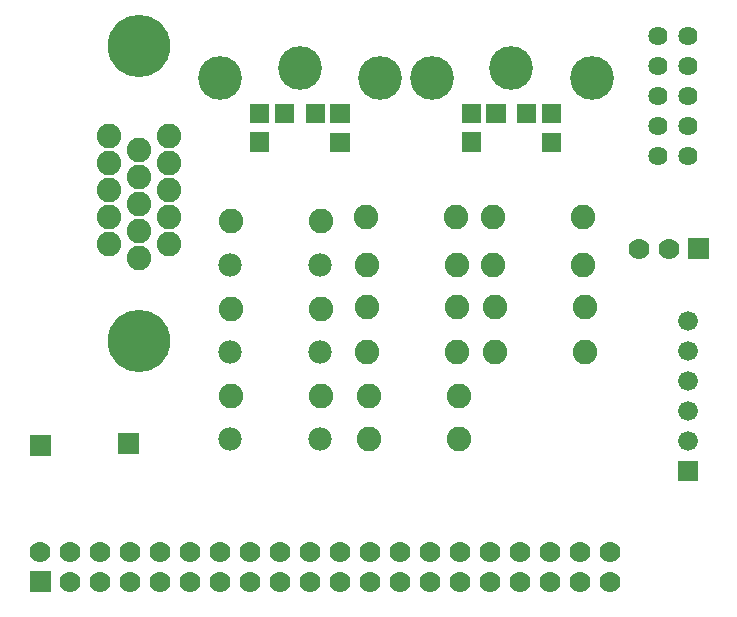
<source format=gbs>
G04 Layer: BottomSolderMaskLayer*
G04 EasyEDA v6.4.25, 2021-12-02T19:10:48+01:00*
G04 15ecca0207564e248d2aa7e8b5e7a0d8,208c6ab82c1b43e5b5e4dc1230921930,10*
G04 Gerber Generator version 0.2*
G04 Scale: 100 percent, Rotated: No, Reflected: No *
G04 Dimensions in millimeters *
G04 leading zeros omitted , absolute positions ,4 integer and 5 decimal *
%FSLAX45Y45*%
%MOMM*%

%ADD25C,1.6256*%
%ADD26C,1.6764*%
%ADD29C,1.7780*%
%ADD30C,3.7033*%
%ADD32C,2.0828*%
%ADD35C,1.9812*%
%ADD36C,5.2832*%

%LPD*%
D25*
G01*
X6337300Y9906000D03*
G01*
X6591300Y9906000D03*
G01*
X6337300Y10160000D03*
G01*
X6591300Y10160000D03*
G01*
X6337300Y10414000D03*
G01*
X6591300Y10414000D03*
G01*
X6337300Y10668000D03*
G01*
X6591300Y10668000D03*
G01*
X6337300Y10922000D03*
G01*
X6591300Y10922000D03*
D26*
G01*
X6591300Y8509000D03*
G01*
X6591300Y8255000D03*
G01*
X6591300Y8001000D03*
G01*
X6591300Y7747000D03*
G01*
X6591300Y7493000D03*
G36*
X6507479Y7155179D02*
G01*
X6507479Y7322820D01*
X6675120Y7322820D01*
X6675120Y7155179D01*
G37*
G36*
X1016000Y6210300D02*
G01*
X1016000Y6388100D01*
X1193800Y6388100D01*
X1193800Y6210300D01*
G37*
D29*
G01*
X1104900Y6553200D03*
G01*
X1358900Y6299200D03*
G01*
X1358900Y6553200D03*
G01*
X1612900Y6299200D03*
G01*
X1612900Y6553200D03*
G01*
X1866900Y6299200D03*
G01*
X1866900Y6553200D03*
G01*
X2120900Y6299200D03*
G01*
X2120900Y6553200D03*
G01*
X2374900Y6299200D03*
G01*
X2374900Y6553200D03*
G01*
X2628900Y6299200D03*
G01*
X2628900Y6553200D03*
G01*
X2882900Y6299200D03*
G01*
X2882900Y6553200D03*
G01*
X3136900Y6299200D03*
G01*
X3136900Y6553200D03*
G01*
X3390900Y6299200D03*
G01*
X3390900Y6553200D03*
G01*
X3644900Y6299200D03*
G01*
X3644900Y6553200D03*
G01*
X3898900Y6299200D03*
G01*
X3898900Y6553200D03*
G01*
X4152900Y6299200D03*
G01*
X4152900Y6553200D03*
G01*
X4406900Y6299200D03*
G01*
X4406900Y6553200D03*
G01*
X4660900Y6299200D03*
G01*
X4660900Y6553200D03*
G01*
X4914900Y6299200D03*
G01*
X4914900Y6553200D03*
G01*
X5168900Y6299200D03*
G01*
X5168900Y6553200D03*
G01*
X5422900Y6299200D03*
G01*
X5422900Y6553200D03*
G01*
X5676900Y6299200D03*
G01*
X5676900Y6553200D03*
G01*
X5930900Y6299200D03*
G01*
X5930900Y6553200D03*
D30*
G01*
X3982720Y10566400D03*
G01*
X2626359Y10566400D03*
G01*
X3302000Y10647679D03*
G36*
X3350259Y10185400D02*
G01*
X3350259Y10347960D01*
X3512820Y10347960D01*
X3512820Y10185400D01*
G37*
G36*
X3091179Y10185400D02*
G01*
X3091179Y10347960D01*
X3253740Y10347960D01*
X3253740Y10185400D01*
G37*
G36*
X2880359Y10185400D02*
G01*
X2880359Y10347960D01*
X3042920Y10347960D01*
X3042920Y10185400D01*
G37*
G36*
X3561079Y10185400D02*
G01*
X3561079Y10347960D01*
X3723640Y10347960D01*
X3723640Y10185400D01*
G37*
G36*
X3561079Y9936479D02*
G01*
X3561079Y10099039D01*
X3723640Y10099039D01*
X3723640Y9936479D01*
G37*
G36*
X2880359Y9941560D02*
G01*
X2880359Y10104120D01*
X3042920Y10104120D01*
X3042920Y9941560D01*
G37*
G01*
X5773420Y10566400D03*
G01*
X4417059Y10566400D03*
G01*
X5092700Y10647679D03*
G36*
X5140959Y10185400D02*
G01*
X5140959Y10347960D01*
X5303520Y10347960D01*
X5303520Y10185400D01*
G37*
G36*
X4881879Y10185400D02*
G01*
X4881879Y10347960D01*
X5044440Y10347960D01*
X5044440Y10185400D01*
G37*
G36*
X4671059Y10185400D02*
G01*
X4671059Y10347960D01*
X4833620Y10347960D01*
X4833620Y10185400D01*
G37*
G36*
X5351779Y10185400D02*
G01*
X5351779Y10347960D01*
X5514340Y10347960D01*
X5514340Y10185400D01*
G37*
G36*
X5351779Y9936479D02*
G01*
X5351779Y10099039D01*
X5514340Y10099039D01*
X5514340Y9936479D01*
G37*
G36*
X4671059Y9941560D02*
G01*
X4671059Y10104120D01*
X4833620Y10104120D01*
X4833620Y9941560D01*
G37*
G36*
X1765300Y7378700D02*
G01*
X1765300Y7556500D01*
X1943100Y7556500D01*
X1943100Y7378700D01*
G37*
D29*
G01*
X6172200Y9118600D03*
G01*
X6426200Y9118600D03*
G36*
X6591300Y9029700D02*
G01*
X6591300Y9207500D01*
X6769100Y9207500D01*
X6769100Y9029700D01*
G37*
D32*
G01*
X3886200Y7874000D03*
G01*
X4648200Y7874000D03*
G01*
X3886200Y7505700D03*
G01*
X4648200Y7505700D03*
G01*
X4621961Y9390735D03*
G01*
X3859961Y9390735D03*
G01*
X5701461Y9390735D03*
G01*
X4939461Y9390735D03*
G01*
X4635500Y8978900D03*
G01*
X3873500Y8978900D03*
G01*
X5702300Y8978900D03*
G01*
X4940300Y8978900D03*
G01*
X3873500Y8623300D03*
G01*
X4635500Y8623300D03*
G01*
X4953000Y8623300D03*
G01*
X5715000Y8623300D03*
G01*
X3873500Y8242300D03*
G01*
X4635500Y8242300D03*
G01*
X4953000Y8242300D03*
G01*
X5715000Y8242300D03*
D35*
G01*
X2711881Y8983243D03*
G01*
X3473881Y8983243D03*
G01*
X2711881Y8244484D03*
G01*
X3473881Y8244484D03*
G01*
X2711881Y7505700D03*
G01*
X3473881Y7505700D03*
D32*
G01*
X2716961Y9352635D03*
G01*
X3478961Y9352635D03*
G01*
X2716961Y8613851D03*
G01*
X3478961Y8613851D03*
G01*
X2716961Y7875092D03*
G01*
X3478961Y7875092D03*
G36*
X1016000Y7366000D02*
G01*
X1016000Y7543800D01*
X1193800Y7543800D01*
X1193800Y7366000D01*
G37*
G01*
X1943100Y9271000D03*
G01*
X1943100Y9499600D03*
G01*
X1943100Y9730739D03*
G01*
X1943100Y9959339D03*
G01*
X1689100Y9156700D03*
G01*
X1689100Y9385300D03*
G01*
X1689100Y9613900D03*
G01*
X1689100Y9842500D03*
D36*
G01*
X1943100Y8338820D03*
G01*
X1943100Y10838179D03*
D32*
G01*
X1943100Y9042400D03*
G01*
X1689100Y10073639D03*
G01*
X2197100Y9156700D03*
G01*
X2197100Y9385300D03*
G01*
X2197100Y9613900D03*
G01*
X2197100Y9842500D03*
G01*
X2197100Y10073639D03*
M02*

</source>
